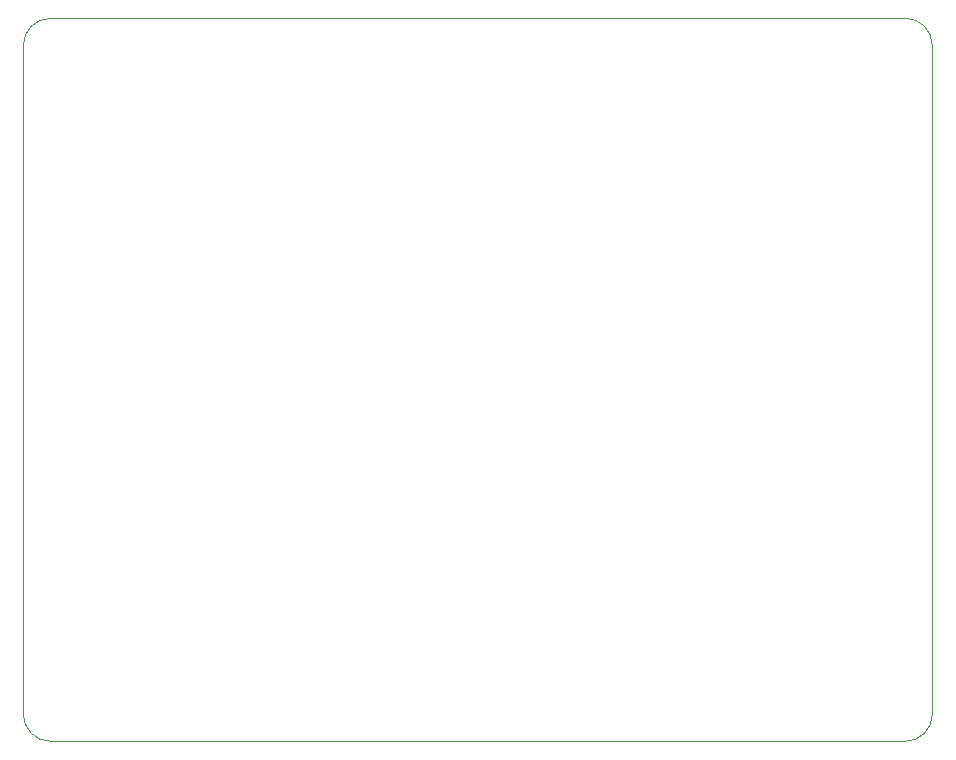
<source format=gbr>
%TF.GenerationSoftware,KiCad,Pcbnew,7.0.6*%
%TF.CreationDate,2023-09-20T14:55:28-04:00*%
%TF.ProjectId,32U4_NES_SNES_adapter,33325534-5f4e-4455-935f-534e45535f61,rev?*%
%TF.SameCoordinates,Original*%
%TF.FileFunction,Profile,NP*%
%FSLAX46Y46*%
G04 Gerber Fmt 4.6, Leading zero omitted, Abs format (unit mm)*
G04 Created by KiCad (PCBNEW 7.0.6) date 2023-09-20 14:55:28*
%MOMM*%
%LPD*%
G01*
G04 APERTURE LIST*
%TA.AperFunction,Profile*%
%ADD10C,0.100000*%
%TD*%
G04 APERTURE END LIST*
D10*
X163195000Y-128524000D02*
G75*
G03*
X165481000Y-126238000I0J2286000D01*
G01*
X88519000Y-126238000D02*
G75*
G03*
X90805000Y-128524000I2286000J0D01*
G01*
X165481000Y-69596000D02*
G75*
G03*
X163195000Y-67310000I-2286000J0D01*
G01*
X90805000Y-128524000D02*
X163195000Y-128524000D01*
X163195000Y-67310000D02*
X90805000Y-67310000D01*
X90805000Y-67310000D02*
G75*
G03*
X88519000Y-69596000I0J-2286000D01*
G01*
X165481000Y-126238000D02*
X165481000Y-69596000D01*
X88519000Y-69596000D02*
X88519000Y-126238000D01*
M02*

</source>
